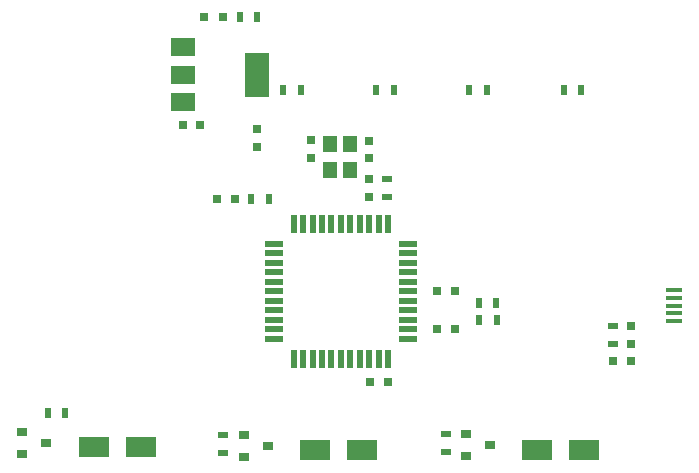
<source format=gtp>
G04 #@! TF.FileFunction,Paste,Top*
%FSLAX46Y46*%
G04 Gerber Fmt 4.6, Leading zero omitted, Abs format (unit mm)*
G04 Created by KiCad (PCBNEW 4.0.6) date 04/22/17 16:33:41*
%MOMM*%
%LPD*%
G01*
G04 APERTURE LIST*
%ADD10C,0.100000*%
%ADD11R,0.750000X0.800000*%
%ADD12R,0.800000X0.750000*%
%ADD13R,0.800000X0.800000*%
%ADD14R,1.350000X0.400000*%
%ADD15R,0.900000X0.500000*%
%ADD16R,0.500000X0.900000*%
%ADD17R,2.500000X1.800000*%
%ADD18R,0.900000X0.800000*%
%ADD19R,2.000000X3.800000*%
%ADD20R,2.000000X1.500000*%
%ADD21R,1.500000X0.550000*%
%ADD22R,0.550000X1.500000*%
%ADD23R,1.200000X1.400000*%
G04 APERTURE END LIST*
D10*
D11*
X180975000Y-89166000D03*
X180975000Y-90666000D03*
D12*
X143014000Y-72136000D03*
X144514000Y-72136000D03*
D11*
X149326600Y-72478200D03*
X149326600Y-73978200D03*
D12*
X164540500Y-89408000D03*
X166040500Y-89408000D03*
D11*
X158813500Y-78232000D03*
X158813500Y-76732000D03*
D12*
X164540500Y-86233000D03*
X166040500Y-86233000D03*
D11*
X153860500Y-74918000D03*
X153860500Y-73418000D03*
X158813500Y-73469500D03*
X158813500Y-74969500D03*
D12*
X158889000Y-93916500D03*
X160389000Y-93916500D03*
D13*
X179413000Y-92125800D03*
X181013000Y-92125800D03*
X146405500Y-62992000D03*
X144805500Y-62992000D03*
X147485000Y-78422500D03*
X145885000Y-78422500D03*
D14*
X184641500Y-88739500D03*
X184641500Y-88089500D03*
X184641500Y-87439500D03*
X184641500Y-86789500D03*
X184641500Y-86139500D03*
D15*
X179451000Y-90666000D03*
X179451000Y-89166000D03*
X160337500Y-78220000D03*
X160337500Y-76720000D03*
D16*
X149340000Y-62992000D03*
X147840000Y-62992000D03*
X168084500Y-87185500D03*
X169584500Y-87185500D03*
X168096500Y-88646000D03*
X169596500Y-88646000D03*
X148792500Y-78422500D03*
X150292500Y-78422500D03*
X131584000Y-96520000D03*
X133084000Y-96520000D03*
D15*
X146431000Y-98385500D03*
X146431000Y-99885500D03*
X165354000Y-98310000D03*
X165354000Y-99810000D03*
D17*
X139509000Y-99377500D03*
X135509000Y-99377500D03*
X158210000Y-99631500D03*
X154210000Y-99631500D03*
X177006000Y-99631500D03*
X173006000Y-99631500D03*
D18*
X129413000Y-98112500D03*
X129413000Y-100012500D03*
X131413000Y-99062500D03*
X148209000Y-98366500D03*
X148209000Y-100266500D03*
X150209000Y-99316500D03*
X167021000Y-98300500D03*
X167021000Y-100200500D03*
X169021000Y-99250500D03*
D16*
X175272000Y-69176900D03*
X176772000Y-69176900D03*
X167271000Y-69176900D03*
X168771000Y-69176900D03*
X159397000Y-69176900D03*
X160897000Y-69176900D03*
X151523000Y-69176900D03*
X153023000Y-69176900D03*
D19*
X149327000Y-67881500D03*
D20*
X143027000Y-67881500D03*
X143027000Y-70181500D03*
X143027000Y-65581500D03*
D21*
X162115500Y-90233000D03*
X162115500Y-89433000D03*
X162115500Y-88633000D03*
X162115500Y-87833000D03*
X162115500Y-87033000D03*
X162115500Y-86233000D03*
X162115500Y-85433000D03*
X162115500Y-84633000D03*
X162115500Y-83833000D03*
X162115500Y-83033000D03*
X162115500Y-82233000D03*
D22*
X160415500Y-80533000D03*
X159615500Y-80533000D03*
X158815500Y-80533000D03*
X158015500Y-80533000D03*
X157215500Y-80533000D03*
X156415500Y-80533000D03*
X155615500Y-80533000D03*
X154815500Y-80533000D03*
X154015500Y-80533000D03*
X153215500Y-80533000D03*
X152415500Y-80533000D03*
D21*
X150715500Y-82233000D03*
X150715500Y-83033000D03*
X150715500Y-83833000D03*
X150715500Y-84633000D03*
X150715500Y-85433000D03*
X150715500Y-86233000D03*
X150715500Y-87033000D03*
X150715500Y-87833000D03*
X150715500Y-88633000D03*
X150715500Y-89433000D03*
X150715500Y-90233000D03*
D22*
X152415500Y-91933000D03*
X153215500Y-91933000D03*
X154015500Y-91933000D03*
X154815500Y-91933000D03*
X155615500Y-91933000D03*
X156415500Y-91933000D03*
X157215500Y-91933000D03*
X158015500Y-91933000D03*
X158815500Y-91933000D03*
X159615500Y-91933000D03*
X160415500Y-91933000D03*
D23*
X155462500Y-73787000D03*
X155462500Y-75987000D03*
X157162500Y-75987000D03*
X157162500Y-73787000D03*
M02*

</source>
